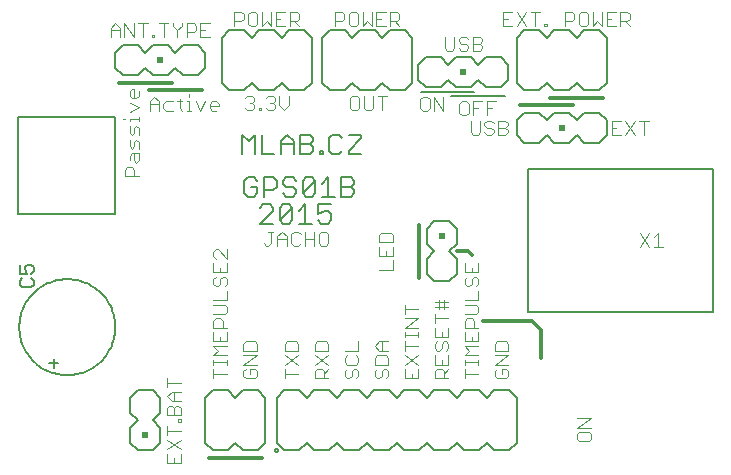
<source format=gbr>
G75*
%MOIN*%
%OFA0B0*%
%FSLAX24Y24*%
%IPPOS*%
%LPD*%
%AMOC8*
5,1,8,0,0,1.08239X$1,22.5*
%
%ADD10C,0.0040*%
%ADD11C,0.0120*%
%ADD12C,0.0060*%
%ADD13C,0.0079*%
%ADD14C,0.0050*%
%ADD15R,0.0200X0.0200*%
D10*
X005725Y000575D02*
X006185Y000575D01*
X006185Y000882D01*
X006185Y001035D02*
X005725Y001342D01*
X005725Y001496D02*
X005725Y001803D01*
X005725Y001649D02*
X006185Y001649D01*
X006185Y001342D02*
X005725Y001035D01*
X005725Y000882D02*
X005725Y000575D01*
X005955Y000575D02*
X005955Y000728D01*
X006108Y001956D02*
X006108Y002033D01*
X006185Y002033D01*
X006185Y001956D01*
X006108Y001956D01*
X006185Y002186D02*
X006185Y002417D01*
X006108Y002493D01*
X006032Y002493D01*
X005955Y002417D01*
X005955Y002186D01*
X006185Y002186D02*
X005725Y002186D01*
X005725Y002417D01*
X005801Y002493D01*
X005878Y002493D01*
X005955Y002417D01*
X005955Y002647D02*
X005955Y002954D01*
X005878Y002954D02*
X006185Y002954D01*
X005878Y002954D02*
X005725Y002800D01*
X005878Y002647D01*
X006185Y002647D01*
X005725Y003107D02*
X005725Y003414D01*
X005725Y003261D02*
X006185Y003261D01*
X007275Y003400D02*
X007275Y003707D01*
X007275Y003860D02*
X007275Y004014D01*
X007275Y003937D02*
X007735Y003937D01*
X007735Y003860D02*
X007735Y004014D01*
X007735Y004167D02*
X007275Y004167D01*
X007428Y004321D01*
X007275Y004474D01*
X007735Y004474D01*
X007735Y004628D02*
X007735Y004935D01*
X007735Y005088D02*
X007275Y005088D01*
X007275Y005318D01*
X007351Y005395D01*
X007505Y005395D01*
X007582Y005318D01*
X007582Y005088D01*
X007275Y004935D02*
X007275Y004628D01*
X007735Y004628D01*
X007505Y004628D02*
X007505Y004781D01*
X008275Y004551D02*
X008275Y004321D01*
X008735Y004321D01*
X008735Y004551D01*
X008658Y004628D01*
X008351Y004628D01*
X008275Y004551D01*
X008275Y004167D02*
X008735Y004167D01*
X008275Y003860D01*
X008735Y003860D01*
X008658Y003707D02*
X008505Y003707D01*
X008505Y003553D01*
X008658Y003400D02*
X008351Y003400D01*
X008275Y003477D01*
X008275Y003630D01*
X008351Y003707D01*
X008658Y003707D02*
X008735Y003630D01*
X008735Y003477D01*
X008658Y003400D01*
X007735Y003553D02*
X007275Y003553D01*
X009650Y003553D02*
X010110Y003553D01*
X010110Y003860D02*
X009650Y004167D01*
X009650Y004321D02*
X009650Y004551D01*
X009726Y004628D01*
X010033Y004628D01*
X010110Y004551D01*
X010110Y004321D01*
X009650Y004321D01*
X009650Y003860D02*
X010110Y004167D01*
X010650Y004167D02*
X011110Y003860D01*
X011110Y003707D02*
X010957Y003553D01*
X010957Y003630D02*
X010957Y003400D01*
X011110Y003400D02*
X010650Y003400D01*
X010650Y003630D01*
X010726Y003707D01*
X010880Y003707D01*
X010957Y003630D01*
X010650Y003860D02*
X011110Y004167D01*
X011110Y004321D02*
X011110Y004551D01*
X011033Y004628D01*
X010726Y004628D01*
X010650Y004551D01*
X010650Y004321D01*
X011110Y004321D01*
X011650Y004321D02*
X012110Y004321D01*
X012110Y004628D01*
X012033Y004167D02*
X012110Y004091D01*
X012110Y003937D01*
X012033Y003860D01*
X011726Y003860D01*
X011650Y003937D01*
X011650Y004091D01*
X011726Y004167D01*
X011726Y003707D02*
X011650Y003630D01*
X011650Y003477D01*
X011726Y003400D01*
X011803Y003400D01*
X011880Y003477D01*
X011880Y003630D01*
X011957Y003707D01*
X012033Y003707D01*
X012110Y003630D01*
X012110Y003477D01*
X012033Y003400D01*
X012650Y003477D02*
X012726Y003400D01*
X012803Y003400D01*
X012880Y003477D01*
X012880Y003630D01*
X012957Y003707D01*
X013033Y003707D01*
X013110Y003630D01*
X013110Y003477D01*
X013033Y003400D01*
X012650Y003477D02*
X012650Y003630D01*
X012726Y003707D01*
X012650Y003860D02*
X012650Y004091D01*
X012726Y004167D01*
X013033Y004167D01*
X013110Y004091D01*
X013110Y003860D01*
X012650Y003860D01*
X012803Y004321D02*
X012650Y004474D01*
X012803Y004628D01*
X013110Y004628D01*
X012880Y004628D02*
X012880Y004321D01*
X012803Y004321D02*
X013110Y004321D01*
X013650Y004321D02*
X013650Y004628D01*
X013650Y004781D02*
X013650Y004935D01*
X013650Y004858D02*
X014110Y004858D01*
X014110Y004781D02*
X014110Y004935D01*
X014110Y005088D02*
X013650Y005088D01*
X014110Y005395D01*
X013650Y005395D01*
X013650Y005548D02*
X013650Y005855D01*
X013650Y005702D02*
X014110Y005702D01*
X014650Y005779D02*
X015110Y005779D01*
X015110Y005932D02*
X014650Y005932D01*
X014803Y005932D02*
X014803Y006009D01*
X014803Y005932D02*
X014803Y005702D01*
X014957Y005702D02*
X014957Y006009D01*
X014650Y005548D02*
X014650Y005242D01*
X014650Y005395D02*
X015110Y005395D01*
X015110Y005088D02*
X015110Y004781D01*
X014650Y004781D01*
X014650Y005088D01*
X014880Y004935D02*
X014880Y004781D01*
X014957Y004628D02*
X014880Y004551D01*
X014880Y004398D01*
X014803Y004321D01*
X014726Y004321D01*
X014650Y004398D01*
X014650Y004551D01*
X014726Y004628D01*
X014957Y004628D02*
X015033Y004628D01*
X015110Y004551D01*
X015110Y004398D01*
X015033Y004321D01*
X015110Y004167D02*
X015110Y003860D01*
X014650Y003860D01*
X014650Y004167D01*
X014880Y004014D02*
X014880Y003860D01*
X014880Y003707D02*
X014957Y003630D01*
X014957Y003400D01*
X015110Y003400D02*
X014650Y003400D01*
X014650Y003630D01*
X014726Y003707D01*
X014880Y003707D01*
X014957Y003553D02*
X015110Y003707D01*
X015650Y003707D02*
X015650Y003400D01*
X015650Y003553D02*
X016110Y003553D01*
X016110Y003860D02*
X016110Y004014D01*
X016110Y003937D02*
X015650Y003937D01*
X015650Y003860D02*
X015650Y004014D01*
X015650Y004167D02*
X015803Y004321D01*
X015650Y004474D01*
X016110Y004474D01*
X016110Y004628D02*
X015650Y004628D01*
X015650Y004935D01*
X015650Y005088D02*
X015650Y005318D01*
X015726Y005395D01*
X015880Y005395D01*
X015957Y005318D01*
X015957Y005088D01*
X016110Y005088D02*
X015650Y005088D01*
X016110Y004935D02*
X016110Y004628D01*
X015880Y004628D02*
X015880Y004781D01*
X016110Y004167D02*
X015650Y004167D01*
X016650Y004167D02*
X017110Y004167D01*
X016650Y003860D01*
X017110Y003860D01*
X017033Y003707D02*
X016880Y003707D01*
X016880Y003553D01*
X017033Y003400D02*
X016726Y003400D01*
X016650Y003477D01*
X016650Y003630D01*
X016726Y003707D01*
X017033Y003707D02*
X017110Y003630D01*
X017110Y003477D01*
X017033Y003400D01*
X017110Y004321D02*
X016650Y004321D01*
X016650Y004551D01*
X016726Y004628D01*
X017033Y004628D01*
X017110Y004551D01*
X017110Y004321D01*
X016033Y005548D02*
X015650Y005548D01*
X016033Y005548D02*
X016110Y005625D01*
X016110Y005779D01*
X016033Y005855D01*
X015650Y005855D01*
X015650Y006009D02*
X016110Y006009D01*
X016110Y006316D01*
X016033Y006469D02*
X016110Y006546D01*
X016110Y006699D01*
X016033Y006776D01*
X015957Y006776D01*
X015880Y006699D01*
X015880Y006546D01*
X015803Y006469D01*
X015726Y006469D01*
X015650Y006546D01*
X015650Y006699D01*
X015726Y006776D01*
X015650Y006930D02*
X016110Y006930D01*
X016110Y007237D01*
X015880Y007083D02*
X015880Y006930D01*
X015650Y006930D02*
X015650Y007237D01*
X013260Y007332D02*
X013260Y007025D01*
X012800Y007025D01*
X012800Y007485D02*
X013260Y007485D01*
X013260Y007792D01*
X013260Y007946D02*
X013260Y008176D01*
X013183Y008253D01*
X012876Y008253D01*
X012800Y008176D01*
X012800Y007946D01*
X013260Y007946D01*
X013030Y007639D02*
X013030Y007485D01*
X012800Y007485D02*
X012800Y007792D01*
X011098Y007902D02*
X011098Y008209D01*
X011022Y008285D01*
X010868Y008285D01*
X010792Y008209D01*
X010792Y007902D01*
X010868Y007825D01*
X011022Y007825D01*
X011098Y007902D01*
X010638Y007825D02*
X010638Y008285D01*
X010638Y008055D02*
X010331Y008055D01*
X010178Y007902D02*
X010101Y007825D01*
X009948Y007825D01*
X009871Y007902D01*
X009871Y008209D01*
X009948Y008285D01*
X010101Y008285D01*
X010178Y008209D01*
X010331Y008285D02*
X010331Y007825D01*
X009717Y007825D02*
X009717Y008132D01*
X009564Y008285D01*
X009410Y008132D01*
X009410Y007825D01*
X009180Y007902D02*
X009180Y008285D01*
X009103Y008285D02*
X009257Y008285D01*
X009410Y008055D02*
X009717Y008055D01*
X009180Y007902D02*
X009103Y007825D01*
X009027Y007825D01*
X008950Y007902D01*
X007735Y007697D02*
X007735Y007390D01*
X007428Y007697D01*
X007351Y007697D01*
X007275Y007620D01*
X007275Y007467D01*
X007351Y007390D01*
X007275Y007237D02*
X007275Y006930D01*
X007735Y006930D01*
X007735Y007237D01*
X007505Y007083D02*
X007505Y006930D01*
X007582Y006776D02*
X007658Y006776D01*
X007735Y006699D01*
X007735Y006546D01*
X007658Y006469D01*
X007735Y006316D02*
X007735Y006009D01*
X007275Y006009D01*
X007275Y005855D02*
X007658Y005855D01*
X007735Y005779D01*
X007735Y005625D01*
X007658Y005548D01*
X007275Y005548D01*
X007351Y006469D02*
X007428Y006469D01*
X007505Y006546D01*
X007505Y006699D01*
X007582Y006776D01*
X007351Y006776D02*
X007275Y006699D01*
X007275Y006546D01*
X007351Y006469D01*
X009650Y003707D02*
X009650Y003400D01*
X013650Y003400D02*
X014110Y003400D01*
X014110Y003707D01*
X014110Y003860D02*
X013650Y004167D01*
X013650Y004474D02*
X014110Y004474D01*
X014110Y004167D02*
X013650Y003860D01*
X013650Y003707D02*
X013650Y003400D01*
X013880Y003400D02*
X013880Y003553D01*
X019400Y002067D02*
X019860Y002067D01*
X019400Y001760D01*
X019860Y001760D01*
X019783Y001607D02*
X019476Y001607D01*
X019400Y001530D01*
X019400Y001377D01*
X019476Y001300D01*
X019783Y001300D01*
X019860Y001377D01*
X019860Y001530D01*
X019783Y001607D01*
X021484Y007789D02*
X021791Y008249D01*
X021945Y008096D02*
X022098Y008249D01*
X022098Y007789D01*
X021945Y007789D02*
X022252Y007789D01*
X021791Y007789D02*
X021484Y008249D01*
X021624Y011525D02*
X021624Y011985D01*
X021471Y011985D02*
X021778Y011985D01*
X021317Y011985D02*
X021010Y011525D01*
X020857Y011525D02*
X020550Y011525D01*
X020550Y011985D01*
X020857Y011985D01*
X021010Y011985D02*
X021317Y011525D01*
X020703Y011755D02*
X020550Y011755D01*
X017078Y011678D02*
X017078Y011602D01*
X017001Y011525D01*
X016771Y011525D01*
X016771Y011985D01*
X017001Y011985D01*
X017078Y011909D01*
X017078Y011832D01*
X017001Y011755D01*
X016771Y011755D01*
X016617Y011678D02*
X016617Y011602D01*
X016541Y011525D01*
X016387Y011525D01*
X016310Y011602D01*
X016157Y011602D02*
X016157Y011985D01*
X016310Y011909D02*
X016310Y011832D01*
X016387Y011755D01*
X016541Y011755D01*
X016617Y011678D01*
X017001Y011755D02*
X017078Y011678D01*
X016617Y011909D02*
X016541Y011985D01*
X016387Y011985D01*
X016310Y011909D01*
X016396Y012175D02*
X016396Y012635D01*
X016703Y012635D01*
X016549Y012405D02*
X016396Y012405D01*
X016242Y012635D02*
X015935Y012635D01*
X015935Y012175D01*
X015782Y012252D02*
X015782Y012559D01*
X015705Y012635D01*
X015552Y012635D01*
X015475Y012559D01*
X015475Y012252D01*
X015552Y012175D01*
X015705Y012175D01*
X015782Y012252D01*
X015935Y012405D02*
X016089Y012405D01*
X015850Y011985D02*
X015850Y011602D01*
X015927Y011525D01*
X016080Y011525D01*
X016157Y011602D01*
X014942Y012325D02*
X014942Y012785D01*
X014635Y012785D02*
X014942Y012325D01*
X014635Y012325D02*
X014635Y012785D01*
X014482Y012709D02*
X014405Y012785D01*
X014252Y012785D01*
X014175Y012709D01*
X014175Y012402D01*
X014252Y012325D01*
X014405Y012325D01*
X014482Y012402D01*
X014482Y012709D01*
X013053Y012810D02*
X012746Y012810D01*
X012899Y012810D02*
X012899Y012350D01*
X012592Y012427D02*
X012592Y012810D01*
X012285Y012810D02*
X012285Y012427D01*
X012362Y012350D01*
X012516Y012350D01*
X012592Y012427D01*
X012132Y012427D02*
X012132Y012734D01*
X012055Y012810D01*
X011902Y012810D01*
X011825Y012734D01*
X011825Y012427D01*
X011902Y012350D01*
X012055Y012350D01*
X012132Y012427D01*
X009783Y012503D02*
X009629Y012350D01*
X009476Y012503D01*
X009476Y012810D01*
X009323Y012734D02*
X009323Y012657D01*
X009246Y012580D01*
X009323Y012503D01*
X009323Y012427D01*
X009246Y012350D01*
X009092Y012350D01*
X009016Y012427D01*
X008862Y012427D02*
X008862Y012350D01*
X008785Y012350D01*
X008785Y012427D01*
X008862Y012427D01*
X008632Y012427D02*
X008632Y012503D01*
X008555Y012580D01*
X008478Y012580D01*
X008555Y012580D02*
X008632Y012657D01*
X008632Y012734D01*
X008555Y012810D01*
X008402Y012810D01*
X008325Y012734D01*
X008325Y012427D02*
X008402Y012350D01*
X008555Y012350D01*
X008632Y012427D01*
X009016Y012734D02*
X009092Y012810D01*
X009246Y012810D01*
X009323Y012734D01*
X009246Y012580D02*
X009169Y012580D01*
X009783Y012503D02*
X009783Y012810D01*
X007452Y012555D02*
X007452Y012478D01*
X007145Y012478D01*
X007145Y012402D02*
X007145Y012555D01*
X007222Y012632D01*
X007375Y012632D01*
X007452Y012555D01*
X007222Y012325D02*
X007145Y012402D01*
X007222Y012325D02*
X007375Y012325D01*
X006992Y012632D02*
X006838Y012325D01*
X006685Y012632D01*
X006454Y012632D02*
X006454Y012325D01*
X006378Y012325D02*
X006531Y012325D01*
X006224Y012325D02*
X006148Y012402D01*
X006148Y012709D01*
X006071Y012632D02*
X006224Y012632D01*
X006378Y012632D02*
X006454Y012632D01*
X006454Y012785D02*
X006454Y012862D01*
X005917Y012632D02*
X005687Y012632D01*
X005610Y012555D01*
X005610Y012402D01*
X005687Y012325D01*
X005917Y012325D01*
X005457Y012325D02*
X005457Y012632D01*
X005303Y012785D01*
X005150Y012632D01*
X005150Y012325D01*
X005150Y012555D02*
X005457Y012555D01*
X004785Y012433D02*
X004478Y012586D01*
X004555Y012740D02*
X004478Y012816D01*
X004478Y012970D01*
X004555Y013047D01*
X004632Y013047D01*
X004632Y012740D01*
X004708Y012740D02*
X004555Y012740D01*
X004708Y012740D02*
X004785Y012816D01*
X004785Y012970D01*
X004785Y012433D02*
X004478Y012279D01*
X004478Y012049D02*
X004785Y012049D01*
X004785Y011972D02*
X004785Y012126D01*
X004478Y012049D02*
X004478Y011972D01*
X004478Y011819D02*
X004478Y011589D01*
X004555Y011512D01*
X004632Y011589D01*
X004632Y011742D01*
X004708Y011819D01*
X004785Y011742D01*
X004785Y011512D01*
X004708Y011358D02*
X004632Y011282D01*
X004632Y011128D01*
X004555Y011051D01*
X004478Y011128D01*
X004478Y011358D01*
X004708Y011358D02*
X004785Y011282D01*
X004785Y011051D01*
X004785Y010898D02*
X004555Y010898D01*
X004478Y010821D01*
X004478Y010668D01*
X004632Y010668D02*
X004632Y010898D01*
X004785Y010898D02*
X004785Y010668D01*
X004708Y010591D01*
X004632Y010668D01*
X004555Y010438D02*
X004632Y010361D01*
X004632Y010131D01*
X004785Y010131D02*
X004325Y010131D01*
X004325Y010361D01*
X004401Y010438D01*
X004555Y010438D01*
X004325Y012049D02*
X004248Y012049D01*
X004310Y014775D02*
X004310Y015235D01*
X004617Y014775D01*
X004617Y015235D01*
X004771Y015235D02*
X005078Y015235D01*
X004924Y015235D02*
X004924Y014775D01*
X005231Y014775D02*
X005308Y014775D01*
X005308Y014852D01*
X005231Y014852D01*
X005231Y014775D01*
X005615Y014775D02*
X005615Y015235D01*
X005768Y015235D02*
X005461Y015235D01*
X005922Y015235D02*
X005922Y015159D01*
X006075Y015005D01*
X006075Y014775D01*
X006075Y015005D02*
X006229Y015159D01*
X006229Y015235D01*
X006382Y015235D02*
X006612Y015235D01*
X006689Y015159D01*
X006689Y015005D01*
X006612Y014928D01*
X006382Y014928D01*
X006382Y014775D02*
X006382Y015235D01*
X006843Y015235D02*
X006843Y014775D01*
X007149Y014775D01*
X006996Y015005D02*
X006843Y015005D01*
X006843Y015235D02*
X007149Y015235D01*
X007975Y015303D02*
X008205Y015303D01*
X008282Y015380D01*
X008282Y015534D01*
X008205Y015610D01*
X007975Y015610D01*
X007975Y015150D01*
X008435Y015227D02*
X008435Y015534D01*
X008512Y015610D01*
X008666Y015610D01*
X008742Y015534D01*
X008742Y015227D01*
X008666Y015150D01*
X008512Y015150D01*
X008435Y015227D01*
X008896Y015150D02*
X009049Y015303D01*
X009203Y015150D01*
X009203Y015610D01*
X009356Y015610D02*
X009356Y015150D01*
X009663Y015150D01*
X009817Y015150D02*
X009817Y015610D01*
X010047Y015610D01*
X010123Y015534D01*
X010123Y015380D01*
X010047Y015303D01*
X009817Y015303D01*
X009970Y015303D02*
X010123Y015150D01*
X009663Y015610D02*
X009356Y015610D01*
X009356Y015380D02*
X009510Y015380D01*
X008896Y015610D02*
X008896Y015150D01*
X011325Y015150D02*
X011325Y015610D01*
X011555Y015610D01*
X011632Y015534D01*
X011632Y015380D01*
X011555Y015303D01*
X011325Y015303D01*
X011785Y015227D02*
X011785Y015534D01*
X011862Y015610D01*
X012016Y015610D01*
X012092Y015534D01*
X012092Y015227D01*
X012016Y015150D01*
X011862Y015150D01*
X011785Y015227D01*
X012246Y015150D02*
X012246Y015610D01*
X012553Y015610D02*
X012553Y015150D01*
X012399Y015303D01*
X012246Y015150D01*
X012706Y015150D02*
X013013Y015150D01*
X013167Y015150D02*
X013167Y015610D01*
X013397Y015610D01*
X013473Y015534D01*
X013473Y015380D01*
X013397Y015303D01*
X013167Y015303D01*
X013320Y015303D02*
X013473Y015150D01*
X012860Y015380D02*
X012706Y015380D01*
X012706Y015610D02*
X012706Y015150D01*
X012706Y015610D02*
X013013Y015610D01*
X014994Y014785D02*
X014994Y014402D01*
X015071Y014325D01*
X015224Y014325D01*
X015301Y014402D01*
X015301Y014785D01*
X015454Y014709D02*
X015454Y014632D01*
X015531Y014555D01*
X015684Y014555D01*
X015761Y014478D01*
X015761Y014402D01*
X015684Y014325D01*
X015531Y014325D01*
X015454Y014402D01*
X015454Y014709D02*
X015531Y014785D01*
X015684Y014785D01*
X015761Y014709D01*
X015915Y014785D02*
X016145Y014785D01*
X016222Y014709D01*
X016222Y014632D01*
X016145Y014555D01*
X015915Y014555D01*
X016145Y014555D02*
X016222Y014478D01*
X016222Y014402D01*
X016145Y014325D01*
X015915Y014325D01*
X015915Y014785D01*
X016925Y015150D02*
X017232Y015150D01*
X017385Y015150D02*
X017692Y015610D01*
X017846Y015610D02*
X018153Y015610D01*
X017999Y015610D02*
X017999Y015150D01*
X017692Y015150D02*
X017385Y015610D01*
X017232Y015610D02*
X016925Y015610D01*
X016925Y015150D01*
X016925Y015380D02*
X017078Y015380D01*
X018306Y015227D02*
X018306Y015150D01*
X018383Y015150D01*
X018383Y015227D01*
X018306Y015227D01*
X018997Y015303D02*
X019227Y015303D01*
X019304Y015380D01*
X019304Y015534D01*
X019227Y015610D01*
X018997Y015610D01*
X018997Y015150D01*
X019457Y015227D02*
X019457Y015534D01*
X019534Y015610D01*
X019687Y015610D01*
X019764Y015534D01*
X019764Y015227D01*
X019687Y015150D01*
X019534Y015150D01*
X019457Y015227D01*
X019918Y015150D02*
X019918Y015610D01*
X020224Y015610D02*
X020224Y015150D01*
X020071Y015303D01*
X019918Y015150D01*
X020378Y015150D02*
X020685Y015150D01*
X020838Y015150D02*
X020838Y015610D01*
X021069Y015610D01*
X021145Y015534D01*
X021145Y015380D01*
X021069Y015303D01*
X020838Y015303D01*
X020992Y015303D02*
X021145Y015150D01*
X020531Y015380D02*
X020378Y015380D01*
X020378Y015610D02*
X020378Y015150D01*
X020378Y015610D02*
X020685Y015610D01*
X004157Y015082D02*
X004157Y014775D01*
X004157Y015005D02*
X003850Y015005D01*
X003850Y015082D02*
X003850Y014775D01*
X003850Y015082D02*
X004003Y015235D01*
X004157Y015082D01*
D11*
X004130Y013255D02*
X005880Y013255D01*
X005130Y013005D02*
X006880Y013005D01*
X014130Y008505D02*
X014130Y006755D01*
X015380Y007630D02*
X015755Y007630D01*
X015880Y007505D01*
X016255Y005305D02*
X017905Y005305D01*
X018205Y005005D01*
X018205Y004080D01*
X008880Y000755D02*
X007130Y000755D01*
X017505Y012505D02*
X019255Y012505D01*
X018505Y012755D02*
X020255Y012755D01*
D12*
X004505Y001755D02*
X004505Y001255D01*
X004755Y001005D01*
X005255Y001005D01*
X005505Y001255D01*
X005505Y001755D01*
X005255Y002005D01*
X005505Y002255D01*
X005505Y002755D01*
X005255Y003005D01*
X004755Y003005D01*
X004505Y002755D01*
X004505Y002255D01*
X004755Y002005D01*
X004505Y001755D01*
X007005Y001255D02*
X007255Y001005D01*
X007755Y001005D01*
X008005Y001255D01*
X008255Y001005D01*
X008755Y001005D01*
X009005Y001255D01*
X009005Y002755D01*
X008755Y003005D01*
X008255Y003005D01*
X008005Y002755D01*
X007755Y003005D01*
X007255Y003005D01*
X007005Y002755D01*
X007005Y001255D01*
X009380Y001255D02*
X009630Y001005D01*
X010130Y001005D01*
X010380Y001255D01*
X010630Y001005D01*
X011130Y001005D01*
X011380Y001255D01*
X011630Y001005D01*
X012130Y001005D01*
X012380Y001255D01*
X012630Y001005D01*
X013130Y001005D01*
X013380Y001255D01*
X013630Y001005D01*
X014130Y001005D01*
X014380Y001255D01*
X014630Y001005D01*
X015130Y001005D01*
X015380Y001255D01*
X015630Y001005D01*
X016130Y001005D01*
X016380Y001255D01*
X016630Y001005D01*
X017130Y001005D01*
X017380Y001255D01*
X017380Y002755D01*
X017130Y003005D01*
X016630Y003005D01*
X016380Y002755D01*
X016130Y003005D01*
X015630Y003005D01*
X015380Y002755D01*
X015130Y003005D01*
X014630Y003005D01*
X014380Y002755D01*
X014130Y003005D01*
X013630Y003005D01*
X013380Y002755D01*
X013130Y003005D01*
X012630Y003005D01*
X012380Y002755D01*
X012130Y003005D01*
X011630Y003005D01*
X011380Y002755D01*
X011130Y003005D01*
X010630Y003005D01*
X010380Y002755D01*
X010130Y003005D01*
X009630Y003005D01*
X009380Y002755D01*
X009380Y001255D01*
X000805Y005105D02*
X000807Y005185D01*
X000813Y005264D01*
X000823Y005343D01*
X000837Y005422D01*
X000854Y005500D01*
X000876Y005577D01*
X000901Y005652D01*
X000931Y005726D01*
X000963Y005799D01*
X001000Y005870D01*
X001040Y005939D01*
X001083Y006006D01*
X001130Y006071D01*
X001179Y006133D01*
X001232Y006193D01*
X001288Y006250D01*
X001346Y006305D01*
X001407Y006356D01*
X001471Y006404D01*
X001537Y006449D01*
X001605Y006491D01*
X001675Y006529D01*
X001747Y006563D01*
X001820Y006594D01*
X001895Y006622D01*
X001972Y006645D01*
X002049Y006665D01*
X002127Y006681D01*
X002206Y006693D01*
X002285Y006701D01*
X002365Y006705D01*
X002445Y006705D01*
X002525Y006701D01*
X002604Y006693D01*
X002683Y006681D01*
X002761Y006665D01*
X002838Y006645D01*
X002915Y006622D01*
X002990Y006594D01*
X003063Y006563D01*
X003135Y006529D01*
X003205Y006491D01*
X003273Y006449D01*
X003339Y006404D01*
X003403Y006356D01*
X003464Y006305D01*
X003522Y006250D01*
X003578Y006193D01*
X003631Y006133D01*
X003680Y006071D01*
X003727Y006006D01*
X003770Y005939D01*
X003810Y005870D01*
X003847Y005799D01*
X003879Y005726D01*
X003909Y005652D01*
X003934Y005577D01*
X003956Y005500D01*
X003973Y005422D01*
X003987Y005343D01*
X003997Y005264D01*
X004003Y005185D01*
X004005Y005105D01*
X004003Y005025D01*
X003997Y004946D01*
X003987Y004867D01*
X003973Y004788D01*
X003956Y004710D01*
X003934Y004633D01*
X003909Y004558D01*
X003879Y004484D01*
X003847Y004411D01*
X003810Y004340D01*
X003770Y004271D01*
X003727Y004204D01*
X003680Y004139D01*
X003631Y004077D01*
X003578Y004017D01*
X003522Y003960D01*
X003464Y003905D01*
X003403Y003854D01*
X003339Y003806D01*
X003273Y003761D01*
X003205Y003719D01*
X003135Y003681D01*
X003063Y003647D01*
X002990Y003616D01*
X002915Y003588D01*
X002838Y003565D01*
X002761Y003545D01*
X002683Y003529D01*
X002604Y003517D01*
X002525Y003509D01*
X002445Y003505D01*
X002365Y003505D01*
X002285Y003509D01*
X002206Y003517D01*
X002127Y003529D01*
X002049Y003545D01*
X001972Y003565D01*
X001895Y003588D01*
X001820Y003616D01*
X001747Y003647D01*
X001675Y003681D01*
X001605Y003719D01*
X001537Y003761D01*
X001471Y003806D01*
X001407Y003854D01*
X001346Y003905D01*
X001288Y003960D01*
X001232Y004017D01*
X001179Y004077D01*
X001130Y004139D01*
X001083Y004204D01*
X001040Y004271D01*
X001000Y004340D01*
X000963Y004411D01*
X000931Y004484D01*
X000901Y004558D01*
X000876Y004633D01*
X000854Y004710D01*
X000837Y004788D01*
X000823Y004867D01*
X000813Y004946D01*
X000807Y005025D01*
X000805Y005105D01*
X001955Y004055D02*
X001955Y003755D01*
X002105Y003905D02*
X001805Y003905D01*
X008835Y008560D02*
X009262Y008987D01*
X009262Y009094D01*
X009155Y009201D01*
X008942Y009201D01*
X008835Y009094D01*
X008955Y009460D02*
X008955Y010101D01*
X009275Y010101D01*
X009382Y009994D01*
X009382Y009780D01*
X009275Y009674D01*
X008955Y009674D01*
X008737Y009567D02*
X008737Y009780D01*
X008524Y009780D01*
X008737Y009994D02*
X008630Y010101D01*
X008417Y010101D01*
X008310Y009994D01*
X008310Y009567D01*
X008417Y009460D01*
X008630Y009460D01*
X008737Y009567D01*
X009599Y009567D02*
X009706Y009460D01*
X009919Y009460D01*
X010026Y009567D01*
X010026Y009674D01*
X009919Y009780D01*
X009706Y009780D01*
X009599Y009887D01*
X009599Y009994D01*
X009706Y010101D01*
X009919Y010101D01*
X010026Y009994D01*
X010244Y009994D02*
X010350Y010101D01*
X010564Y010101D01*
X010671Y009994D01*
X010244Y009567D01*
X010350Y009460D01*
X010564Y009460D01*
X010671Y009567D01*
X010671Y009994D01*
X010888Y009887D02*
X011102Y010101D01*
X011102Y009460D01*
X011315Y009460D02*
X010888Y009460D01*
X010769Y009201D02*
X010769Y008880D01*
X010982Y008987D01*
X011089Y008987D01*
X011196Y008880D01*
X011196Y008667D01*
X011089Y008560D01*
X010875Y008560D01*
X010769Y008667D01*
X010551Y008560D02*
X010124Y008560D01*
X010338Y008560D02*
X010338Y009201D01*
X010124Y008987D01*
X009907Y009094D02*
X009480Y008667D01*
X009586Y008560D01*
X009800Y008560D01*
X009907Y008667D01*
X009907Y009094D01*
X009800Y009201D01*
X009586Y009201D01*
X009480Y009094D01*
X009480Y008667D01*
X009262Y008560D02*
X008835Y008560D01*
X010244Y009567D02*
X010244Y009994D01*
X010169Y010885D02*
X010489Y010885D01*
X010596Y010992D01*
X010596Y011099D01*
X010489Y011205D01*
X010169Y011205D01*
X009951Y011205D02*
X009524Y011205D01*
X009524Y011312D02*
X009738Y011526D01*
X009951Y011312D01*
X009951Y010885D01*
X010169Y010885D02*
X010169Y011526D01*
X010489Y011526D01*
X010596Y011419D01*
X010596Y011312D01*
X010489Y011205D01*
X010813Y010992D02*
X010920Y010992D01*
X010920Y010885D01*
X010813Y010885D01*
X010813Y010992D01*
X011135Y010992D02*
X011242Y010885D01*
X011456Y010885D01*
X011563Y010992D01*
X011780Y010992D02*
X011780Y010885D01*
X012207Y010885D01*
X011780Y010992D02*
X012207Y011419D01*
X012207Y011526D01*
X011780Y011526D01*
X011563Y011419D02*
X011456Y011526D01*
X011242Y011526D01*
X011135Y011419D01*
X011135Y010992D01*
X011533Y010101D02*
X011853Y010101D01*
X011960Y009994D01*
X011960Y009887D01*
X011853Y009780D01*
X011533Y009780D01*
X011533Y009460D02*
X011853Y009460D01*
X011960Y009567D01*
X011960Y009674D01*
X011853Y009780D01*
X011533Y009460D02*
X011533Y010101D01*
X011196Y009201D02*
X010769Y009201D01*
X009524Y010885D02*
X009524Y011312D01*
X009307Y010885D02*
X008880Y010885D01*
X008880Y011526D01*
X008662Y011526D02*
X008662Y010885D01*
X008235Y010885D02*
X008235Y011526D01*
X008449Y011312D01*
X008662Y011526D01*
X008805Y013005D02*
X008555Y013255D01*
X008305Y013005D01*
X007805Y013005D01*
X007555Y013255D01*
X007555Y014755D01*
X007805Y015005D01*
X008305Y015005D01*
X008555Y014755D01*
X008805Y015005D01*
X009305Y015005D01*
X009555Y014755D01*
X009805Y015005D01*
X010305Y015005D01*
X010555Y014755D01*
X010555Y013255D01*
X010305Y013005D01*
X009805Y013005D01*
X009555Y013255D01*
X009305Y013005D01*
X008805Y013005D01*
X007005Y013755D02*
X007005Y014255D01*
X006755Y014505D01*
X006255Y014505D01*
X006005Y014255D01*
X005755Y014505D01*
X005255Y014505D01*
X005005Y014255D01*
X004755Y014505D01*
X004255Y014505D01*
X004005Y014255D01*
X004005Y013755D01*
X004255Y013505D01*
X004755Y013505D01*
X005005Y013755D01*
X005255Y013505D01*
X005755Y013505D01*
X006005Y013755D01*
X006255Y013505D01*
X006755Y013505D01*
X007005Y013755D01*
X010905Y013255D02*
X011155Y013005D01*
X011655Y013005D01*
X011905Y013255D01*
X012155Y013005D01*
X012655Y013005D01*
X012905Y013255D01*
X013155Y013005D01*
X013655Y013005D01*
X013905Y013255D01*
X013905Y014755D01*
X013655Y015005D01*
X013155Y015005D01*
X012905Y014755D01*
X012655Y015005D01*
X012155Y015005D01*
X011905Y014755D01*
X011655Y015005D01*
X011155Y015005D01*
X010905Y014755D01*
X010905Y013255D01*
X014105Y013355D02*
X014355Y013105D01*
X014855Y013105D01*
X015105Y013355D01*
X015355Y013105D01*
X015855Y013105D01*
X016105Y013355D01*
X016355Y013105D01*
X016855Y013105D01*
X017105Y013355D01*
X017105Y013855D01*
X016855Y014105D01*
X016355Y014105D01*
X016105Y013855D01*
X015855Y014105D01*
X015355Y014105D01*
X015105Y013855D01*
X014855Y014105D01*
X014355Y014105D01*
X014105Y013855D01*
X014105Y013355D01*
X017380Y013255D02*
X017380Y014755D01*
X017630Y015005D01*
X018130Y015005D01*
X018380Y014755D01*
X018630Y015005D01*
X019130Y015005D01*
X019380Y014755D01*
X019630Y015005D01*
X020130Y015005D01*
X020380Y014755D01*
X020380Y013255D01*
X020130Y013005D01*
X019630Y013005D01*
X019380Y013255D01*
X019130Y013005D01*
X018630Y013005D01*
X018380Y013255D01*
X018130Y013005D01*
X017630Y013005D01*
X017380Y013255D01*
X017630Y012255D02*
X018130Y012255D01*
X018380Y012005D01*
X018630Y012255D01*
X019130Y012255D01*
X019380Y012005D01*
X019630Y012255D01*
X020130Y012255D01*
X020380Y012005D01*
X020380Y011505D01*
X020130Y011255D01*
X019630Y011255D01*
X019380Y011505D01*
X019130Y011255D01*
X018630Y011255D01*
X018380Y011505D01*
X018130Y011255D01*
X017630Y011255D01*
X017380Y011505D01*
X017380Y012005D01*
X017630Y012255D01*
X015130Y008630D02*
X014630Y008630D01*
X014380Y008380D01*
X014380Y007880D01*
X014630Y007630D01*
X014380Y007380D01*
X014380Y006880D01*
X014630Y006630D01*
X015130Y006630D01*
X015380Y006880D01*
X015380Y007380D01*
X015130Y007630D01*
X015380Y007880D01*
X015380Y008380D01*
X015130Y008630D01*
D13*
X015205Y012805D02*
X017005Y012805D01*
X015955Y012955D02*
X014205Y012955D01*
D14*
X017754Y010387D02*
X017754Y005623D01*
X023935Y005623D01*
X023935Y010387D01*
X017754Y010387D01*
X003994Y008891D02*
X003994Y012119D01*
X000766Y012119D01*
X000766Y008891D01*
X003994Y008891D01*
X001280Y007116D02*
X001280Y006965D01*
X001205Y006890D01*
X001055Y006890D02*
X000980Y007041D01*
X000980Y007116D01*
X001055Y007191D01*
X001205Y007191D01*
X001280Y007116D01*
X001055Y006890D02*
X000830Y006890D01*
X000830Y007191D01*
X000905Y006730D02*
X000830Y006655D01*
X000830Y006505D01*
X000905Y006430D01*
X001205Y006430D01*
X001280Y006505D01*
X001280Y006655D01*
X001205Y006730D01*
X009330Y001005D02*
X009332Y001018D01*
X009337Y001031D01*
X009346Y001042D01*
X009357Y001049D01*
X009370Y001054D01*
X009383Y001055D01*
X009397Y001052D01*
X009409Y001046D01*
X009419Y001037D01*
X009426Y001025D01*
X009430Y001012D01*
X009430Y000998D01*
X009426Y000985D01*
X009419Y000973D01*
X009409Y000964D01*
X009397Y000958D01*
X009383Y000955D01*
X009370Y000956D01*
X009357Y000961D01*
X009346Y000968D01*
X009337Y000979D01*
X009332Y000992D01*
X009330Y001005D01*
D15*
X005005Y001505D03*
X014880Y008130D03*
X018880Y011755D03*
X015605Y013605D03*
X005505Y014005D03*
M02*

</source>
